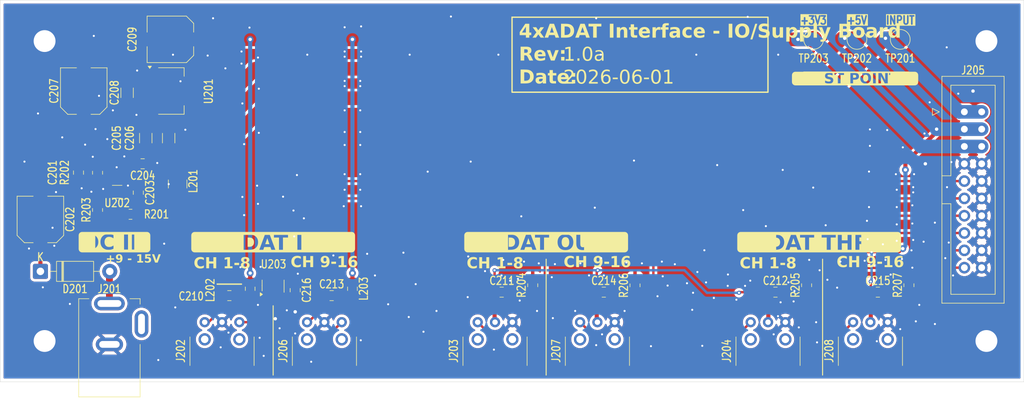
<source format=kicad_pcb>
(kicad_pcb (version 20241229) (generator "pcbnew") (generator_version "9.0")
  (title_block (rev "1.0a"))
  (layers (0 "F.Cu" signal) (2 "B.Cu" signal) (13 "F.Paste" user) (15 "B.Paste" user) (5 "F.SilkS" user "F.Silkscreen") (7 "B.SilkS" user "B.Silkscreen") (1 "F.Mask" user) (3 "B.Mask" user) (25 "Edge.Cuts" user))
  (net 0 "")
  (net 1 "/IO board/IO_ADAT_IN1")
  (net 2 "Net-(J202-VCC)")
  (net 3 "/IO board/IO_ADAT_OUT1")
  (net 4 "/IO board/IO_ADAT_THRU1")
  (net 5 "/IO board/IO_ADAT_OUT2")
  (net 6 "/IO board/IO_ADAT_THRU2")
  (net 7 "/IO board/IO_ADAT_IN2")
  (net 8 "Net-(J206-VCC)")
  (net 9 "Net-(U202-EN)")
  (net 10 "+5V_IO")
  (net 11 "GND_IO")
  (net 12 "+12V_IO")
  (net 13 "/IO board/SMPS_FEEDBACK")
  (net 14 "+3.3V_IO")
  (net 15 "Net-(U202-BST)")
  (net 16 "/IO board/SMPS_POWER_OUT")
  (net 17 "/IO board/POWER_IN")
  (net 18 "Net-(J206-VOUT)")
  (net 19 "Net-(J202-VOUT)")
  (footprint "Capacitor_SMD:C_0805_2012Metric_Pad1.18x1.45mm_HandSolder" (layer "F.Cu") (at 56.929 90.7554 90)
    (property "Reference" "C203")
    (property "Value" "100n")
  )
  (footprint "Capacitor_SMD:C_Elec_6.3x5.4" (layer "F.Cu") (at 48.936 75.8499 90)
    (property "Reference" "C207")
    (property "Value" "100u")
  )
  (footprint "Capacitor_SMD:C_0805_2012Metric_Pad1.18x1.45mm_HandSolder" (layer "F.Cu") (at 150.282 105.3524)
    (property "Reference" "C212")
    (property "Value" "100n")
  )
  (footprint "Capacitor_SMD:C_0805_2012Metric_Pad1.18x1.45mm_HandSolder" (layer "F.Cu") (at 70.272 105.8604 180)
    (property "Reference" "C210")
    (property "Value" "100n")
  )
  (footprint "TestPoint:TestPoint_Pad_D2.5mm" (layer "F.Cu") (at 162.22 68.2684 180)
    (property "Reference" "TP202")
    (property "Value" "+5V_IO")
  )
  (footprint "Package_TO_SOT_SMD:SOT-23-6_Handsoldering" (layer "F.Cu") (at 76.683 104.4744 90)
    (property "Reference" "U203")
    (property "Value" "74LVC2G17")
  )
  (footprint "Capacitor_SMD:C_1206_3216Metric_Pad1.33x1.80mm_HandSolder" (layer "F.Cu") (at 61.374 82.7544 90)
    (property "Reference" "C206")
    (property "Value" "10u")
  )
  (footprint "Inductor_SMD:L_1210_3225Metric_Pad1.42x2.65mm_HandSolder" (layer "F.Cu") (at 62.69 89.4854 90)
    (property "Reference" "L201")
    (property "Value" "3.3u")
  )
  (footprint "Capacitor_SMD:C_0805_2012Metric_Pad1.18x1.45mm_HandSolder" (layer "F.Cu") (at 79.919 105.0624 -90)
    (property "Reference" "C216")
    (property "Value" "100n")
  )
  (footprint "Resistor_SMD:R_0805_2012Metric_Pad1.20x1.40mm_HandSolder" (layer "F.Cu") (at 55.786 93.9304 180)
    (property "Reference" "R201")
    (property "Value" "100k")
  )
  (footprint "Resistor_SMD:R_0805_2012Metric_Pad1.20x1.40mm_HandSolder" (layer "F.Cu") (at 114.722 104.3364 90)
    (property "Reference" "R204")
    (property "Value" "150")
  )
  (footprint "adatv2:CUI PJ-002A" (layer "F.Cu") (at 52.698 113.5164 180)
    (property "Reference" "J201")
    (property "Value" "9-15V DC")
  )
  (footprint "Capacitor_SMD:C_Elec_6.3x5.4" (layer "F.Cu") (at 42.586 94.6844 90)
    (property "Reference" "C202")
    (property "Value" "100u")
  )
  (footprint "adatv2:PLx237" (layer "F.Cu") (at 164.198 114.0164 180)
    (property "Reference" "J208")
    (property "Value" "PLT237")
  )
  (footprint "Capacitor_SMD:C_0805_2012Metric_Pad1.18x1.45mm_HandSolder" (layer "F.Cu") (at 110.1715 105.3524)
    (property "Reference" "C211")
    (property "Value" "100n")
  )
  (footprint "MountingHole:MountingHole_3.2mm_M3_Pad" (layer "F.Cu") (at 181.198 112.5164 180)
    (property "Reference" "H201" (hide yes))
    (property "Value" "M3")
  )
  (footprint "Capacitor_SMD:C_0805_2012Metric_Pad1.18x1.45mm_HandSolder" (layer "F.Cu") (at 165.2895 105.3524)
    (property "Reference" "C215")
    (property "Value" "100n")
  )
  (footprint "Package_TO_SOT_SMD:SOT-223-3_TabPin2" (layer "F.Cu") (at 61.738 75.8359)
    (property "Reference" "U201")
    (property "Value" "AMS1117-3.3")
  )
  (footprint "Capacitor_SMD:C_0805_2012Metric_Pad1.18x1.45mm_HandSolder" (layer "F.Cu") (at 125.136 105.3524)
    (property "Reference" "C214")
    (property "Value" "100n")
  )
  (footprint "Capacitor_SMD:C_0805_2012Metric_Pad1.18x1.45mm_HandSolder" (layer "F.Cu") (at 48.166 87.8129 -90)
    (property "Reference" "C201")
    (property "Value" "10p")
  )
  (footprint "MountingHole:MountingHole_3.2mm_M3_Pad" (layer "F.Cu") (at 43.198 68.5164 180)
    (property "Reference" "H203")
    (property "Value" "M3")
  )
  (footprint "Inductor_SMD:L_0805_2012Metric_Pad1.15x1.40mm_HandSolder" (layer "F.Cu") (at 88.306 104.8534 -90)
    (property "Reference" "L203")
    (property "Value" "47u")
  )
  (footprint "Resistor_SMD:R_0805_2012Metric_Pad1.20x1.40mm_HandSolder" (layer "F.Cu") (at 154.854 104.3364 90)
    (property "Reference" "R205")
    (property "Value" "150")
  )
  (footprint "Resistor_SMD:R_0805_2012Metric_Pad1.20x1.40mm_HandSolder" (layer "F.Cu") (at 129.708 104.3524 90)
    (property "Reference" "R206")
    (property "Value" "150")
  )
  (footprint "Resistor_SMD:R_0805_2012Metric_Pad1.20x1.40mm_HandSolder" (layer "F.Cu") (at 50.96 87.8344 -90)
    (property "Reference" "R202")
    (property "Value" "11k")
  )
  (footprint "Resistor_SMD:R_0805_2012Metric_Pad1.20x1.40mm_HandSolder" (layer "F.Cu") (at 169.84 104.3364 90)
    (property "Reference" "R207")
    (property "Value" "150")
  )
  (footprint "Capacitor_SMD:C_0805_2012Metric_Pad1.18x1.45mm_HandSolder" (layer "F.Cu") (at 85.258 105.8604 180)
    (property "Reference" "C213")
    (property "Value" "100n")
  )
  (footprint "Connector_IDC:IDC-Header_2x10_P2.54mm_Vertical" (layer "F.Cu") (at 177.963 78.9004)
    (property "Reference" "J205")
    (property "Value" "TO_MAIN")
  )
  (footprint "adatv2:PLx237" (layer "F.Cu") (at 69.198 114.0164 180)
    (property "Reference" "J202")
    (property "Value" "PLR237")
  )
  (footprint "Capacitor_SMD:C_1206_3216Metric_Pad1.33x1.80mm_HandSolder" (layer "F.Cu") (at 58.024 82.7544 90)
    (property "Reference" "C205")
    (property "Value" "10u")
  )
  (footprint "Inductor_SMD:L_0805_2012Metric_Pad1.15x1.40mm_HandSolder" (layer "F.Cu") (at 73.32 104.8534 -90)
    (property "Reference" "L202")
    (property "Value" "47u")
  )
  (footprint "adatv2:PLx237" (layer "F.Cu") (at 84.198 114.0164 180)
    (property "Reference" "J206")
    (property "Value" "PLR237")
  )
  (footprint "MountingHole:MountingHole_3.2mm_M3_Pad" (layer "F.Cu") (at 43.198 112.5164 180)
    (property "Reference" "H202")
    (property "Value" "M3")
  )
  (footprint "adatv2:PLx237" (layer "F.Cu") (at 149.198 114.0164 180)
    (property "Reference" "J204")
    (property "Value" "PLT237")
  )
  (footprint "MountingHole:MountingHole_3.2mm_M3_Pad" (layer "F.Cu") (at 181.198 68.5164 180)
    (property "Reference" "H204")
    (property "Value" "M3")
  )
  (footprint "Capacitor_SMD:C_1206_3216Metric_Pad1.33x1.80mm_HandSolder" (layer "F.Cu") (at 55.286 76.1039 90)
    (property "Reference" "C208")
    (property "Value" "10u")
  )
  (footprint "Package_TO_SOT_SMD:SOT-563" (layer "F.Cu") (at 53.8315 90.6204 180)
    (property "Reference" "U202")
    (property "Value" "TPS56124x")
  )
  (footprint "adatv2:PLx237" (layer "F.Cu") (at 124.198 114.0164 180)
    (property "Reference" "J207")
    (property "Value" "PLT237")
  )
  (footprint "Diode_THT:D_DO-41_SOD81_P10.16mm_Horizontal" (layer "F.Cu") (at 42.586 102.3044)
    (property "Reference" "D201")
    (property "Value" "1N5819")
  )
  (footprint "TestPoint:TestPoint_Pad_D2.5mm" (layer "F.Cu") (at 155.87 68.2684 180)
    (property "Reference" "TP203")
    (property "Value" "+3.3V_IO")
  )
  (footprint "TestPoint:TestPoint_Pad_D2.5mm" (layer "F.Cu") (at 168.57 68.2684 180)
    (property "Reference" "TP201")
    (property "Value" "+12V_IO")
  )
  (footprint "adatv2:PLx237" (layer "F.Cu") (at 109.198 114.0164 180)
    (property "Reference" "J203")
    (property "Value" "PLT237")
  )
  (footprint "Resistor_SMD:R_0805_2012Metric_Pad1.20x1.40mm_HandSolder" (layer "F.Cu") (at 50.96 93.2954 -90)
    (property "Reference" "R203")
    (property "Value" "1.5k")
  )
  (footprint "Capacitor_SMD:C_0805_2012Metric_Pad1.18x1.45mm_HandSolder" (layer "F.Cu") (at 57.564 86.5164 180)
    (property "Reference" "C204")
    (property "Value" "100n")
  )
  (footprint "Capacitor_SMD:C_Elec_6.3x5.4" (layer "F.Cu") (at 61.6335 68.2684 180)
    (property "Reference" "C209")
    (property "Value" "100u")
  )
  (gr_line (start 116.69 117.5164) (end 116.69 100.5164) (stroke (width 0.15)) (layer "F.SilkS"))
  (gr_line (start 157.19 117.5164) (end 157.19 100.5164) (stroke (width 0.15)) (layer "F.SilkS"))
  (gr_line (start 68.489 104.1734) (end 72.045 104.1734) (stroke (width 0.2)) (layer "F.SilkS"))
  (gr_line (start 76.69 117.5164) (end 76.69 107.3484) (stroke (width 0.15)) (layer "F.SilkS"))
  (gr_rect (start 111.69 65.0164) (end 149.19 76.0164) (stroke (width 0.2)) (fill no) (layer "F.SilkS"))
  (gr_rect (start 36.69 62.5164) (end 186.69 118.5164) (stroke (width 0.05)) (fill no) (layer "Edge.Cuts"))
  (gr_text "ADAT THRU" (at 156.69 99.5164 0) (layer "F.SilkS" knockout) (effects (font (size 2.2 2.2) (thickness 0.17) (bold yes)) (justify bottom)))
  (gr_text "4xADAT Interface - IO/Supply Board\nRev:\nDate:" (at 112.69 66.0164 0) (layer "F.SilkS") (effects (font (size 2 2) (thickness 0.32) (bold yes)) (justify left top)))
  (gr_text "INPUT" (at 168.57 65.4744 0) (layer "F.SilkS" knockout) (effects (font (size 1.2 0.95) (thickness 0.2375))))
  (gr_text "DC IN" (at 53.479042 99.47673 0) (layer "F.SilkS" knockout) (effects (font (size 2.2 2.2) (thickness 0.17) (bold yes)) (justify bottom)))
  (gr_text "+9 - 15V" (at 56.19 100.5164 0) (layer "F.SilkS") (effects (font (size 1.2 1.2) (thickness 0.17) (bold yes))))
  (gr_text "+5V" (at 162.22 65.4744 0) (layer "F.SilkS" knockout) (effects (font (size 1.2 0.95) (thickness 0.2375))))
  (gr_text "CH 1-8" (at 149.205988 101.189215 0) (layer "F.SilkS") (effects (font (size 1.6 1.6) (thickness 0.17) (bold yes))))
  (gr_text "${REVISION}\n${CURRENT_DATE}" (at 119.190959 69.400712 0) (layer "F.SilkS") (effects (font (size 2 2) (thickness 0.25)) (justify left top)))
  (gr_text "CH 9-16" (at 124.19 101.0164 0) (layer "F.SilkS") (effects (font (size 1.6 1.6) (thickness 0.17) (bold yes))))
  (gr_text "CH 9-16" (at 164.19 101.0164 0) (layer "F.SilkS") (effects (font (size 1.6 1.6) (thickness 0.17) (bold yes))))
  (gr_text "CH 9-16" (at 84.19 101.0164 0) (layer "F.SilkS") (effects (font (size 1.6 1.6) (thickness 0.17) (bold yes))))
  (gr_text "+3V3" (at 155.87 65.4744 0) (layer "F.SilkS" knockout) (effects (font (size 1.2 0.95) (thickness 0.2375))))
  (gr_text "CH 1-8" (at 69.205988 101.189215 0) (layer "F.SilkS") (effects (font (size 1.6 1.6) (thickness 0.17) (bold yes))))
  (gr_text "ADAT OUT" (at 116.69 99.5164 0) (layer "F.SilkS" knockout) (effects (font (size 2.2 2.2) (thickness 0.17) (bold yes)) (justify bottom)))
  (gr_text "ADAT IN" (at 76.69 99.5164 0) (layer "F.SilkS" knockout) (effects (font (size 2.2 2.2) (thickness 0.17) (bold yes)) (justify bottom)))
  (gr_text "TEST POINTS" (at 162.204491 74.094842 0) (layer "F.SilkS" knockout) (effects (font (size 1.5 1.5) (thickness 0.17) (bold yes))))
  (gr_text "CH 1-8" (at 109.205988 101.189215 0) (layer "F.SilkS") (effects (font (size 1.6 1.6) (thickness 0.17) (bold yes))))
  (segment (start 79.146 89.0604) (end 75.733 92.4734) (width 0.35) (layer "F.Cu") (net 1))
  (segment (start 75.733 92.4734) (end 75.733 103.1244) (width 0.35) (layer "F.Cu") (net 1))
  (segment (start 177.963 89.0604) (end 79.146 89.0604) (width 0.35) (layer "F.Cu") (net 1))
  (segment (start 71.3095 105.8604) (end 71.12 105.8604) (width 0.35) (layer "F.Cu") (net 2))
  (segment (start 67.224 109.7564) (end 66.658 109.7564) (width 0.35) (layer "F.Cu") (net 2))
  (segment (start 71.12 105.8604) (end 67.224 109.7564) (width 0.35) (layer "F.Cu") (net 2))
  (segment (start 73.32 105.8784) (end 71.3275 105.8784) (width 0.25) (layer "F.Cu") (net 2))
  (segment (start 71.3275 105.8784) (end 71.3095 105.8604) (width 0.25) (layer "F.Cu") (net 2))
  (segment (start 116.495 104.5544) (end 116.495 97.5694) (width 0.35) (layer "F.Cu") (net 3))
  (segment (start 116.495 97.5694) (end 119.924 94.1404) (width 0.35) (layer "F.Cu") (net 3))
  (segment (start 114.722 105.3364) (end 114.696 105.3624) (width 0.35) (layer "F.Cu") (net 3))
  (segment (start 114.696 105.3624) (end 114.696 112.8304) (width 0.35) (layer "F.Cu") (net 3))
  (segment (start 114.696 112.8304) (end 113.1352 114.3912) (width 0.35) (layer "F.Cu") (net 3))
  (segment (start 119.924 94.1404) (end 177.963 94.1404) (width 0.35) (layer "F.Cu") (net 3))
  (segment (start 115.713 105.3364) (end 116.495 104.5544) (width 0.35) (layer "F.Cu") (net 3))
  (segment (start 111.2928 114.3912) (end 113.1352 114.3912) (width 0.35) (layer "F.Cu") (net 3))
  (segment (start 106.658 109.7564) (end 111.2928 114.3912) (width 0.35) (layer "F.Cu") (net 3))
  (segment (start 114.722 105.3364) (end 115.713 105.3364) (width 0.35) (layer "F.Cu") (net 3))
  (segment (start 146.658 109.7564) (end 145.07 111.3444) (width 0.35) (layer "F.Cu") (net 4))
  (segment (start 145.07 113.1904) (end 146.467 114.5874) (width 0.35) (layer "F.Cu") (net 4))
  (segment (start 171.522 99.2204) (end 168.946 101.7964) (width 0.35) (layer "F.Cu") (net 4))
  (segment (start 145.07 111.3444) (end 145.07 113.1904) (width 0.35) (layer "F.Cu") (net 4))
  (segment (start 157.496 105.3364) (end 154.854 105.3364) (width 0.35) (layer "F.Cu") (net 4))
  (segment (start 161.036 101.7964) (end 157.496 105.3364) (width 0.35) (layer "F.Cu") (net 4))
  (segment (start 146.467 114.5874) (end 152.817 114.5874) (width 0.35) (layer "F.Cu") (net 4))
  (segment (start 154.849 108.7454) (end 154.854 108.7404) (width 0.35) (layer "F.Cu") (net 4))
  (segment (start 154.849 112.5554) (end 154.849 108.7454) (width 0.35) (layer "F.Cu") (net 4))
  (segment (start 154.854 108.7404) (end 154.854 105.3364) (width 0.35) (layer "F.Cu") (net 4))
  (segment (start 168.946 101.7964) (end 161.036 101.7964) (width 0.35) (layer "F.Cu") (net 4))
  (segment (start 152.817 114.5874) (end 154.849 112.5554) (width 0.35) (layer "F.Cu") (net 4))
  (segment (start 177.963 99.2204) (end 171.522 99.2204) (width 0.35) (layer "F.Cu") (net 4))
  (segment (start 127.417 114.3334) (end 129.708 112.0424) (width 0.35) (layer "F.Cu") (net 5))
  (segment (start 134.656 96.6804) (end 177.963 96.6804) (width 0.35) (layer "F.Cu") (net 5))
  (segment (start 129.708 105.3524) (end 131.318 105.3524) (width 0.35) (layer "F.Cu") (net 5))
  (segment (start 129.708 112.0424) (end 129.708 105.3524) (width 0.35) (layer "F.Cu") (net 5))
  (segment (start 126.235 114.3334) (end 127.417 114.3334) (width 0.35) (layer "F.Cu") (net 5))
  (segment (start 132.399 98.9374) (end 134.656 96.6804) (width 0.35) (layer "F.Cu") (net 5))
  (segment (start 132.399 104.2714) (end 132.399 98.9374) (width 0.35) (layer "F.Cu") (net 5))
  (segment (start 131.318 105.3524) (end 132.399 104.2714) (width 0.35) (layer "F.Cu") (net 5))
  (segment (start 121.658 109.7564) (end 126.235 114.3334) (width 0.35) (layer "F.Cu") (net 5))
  (segment (start 171.085 105.3364) (end 174.661 101.7604) (width 0.35) (layer "F.Cu") (net 6))
  (segment (start 160.056 111.3584) (end 160.056 113.5714) (width 0.35) (layer "F.Cu") (net 6))
  (segment (start 169.84 105.3364) (end 171.085 105.3364) (width 0.35) (layer "F.Cu") (net 6))
  (segment (start 168.184 114.8414) (end 169.84 113.1854) (width 0.35) (layer "F.Cu") (net 6))
  (segment (start 169.84 113.1854) (end 169.84 105.3364) (width 0.35) (layer "F.Cu") (net 6))
  (segment (start 174.661 101.7604) (end 177.963 101.7604) (width 0.35) (layer "F.Cu") (net 6))
  (segment (start 161.658 109.7564) (end 160.056 111.3584) (width 0.35) (layer "F.Cu") (net 6))
  (segment (start 160.056 113.5714) (end 161.326 114.8414) (width 0.35) (layer "F.Cu") (net 6))
  (segment (start 161.326 114.8414) (end 168.184 114.8414) (width 0.35) (layer "F.Cu") (net 6))
  (segment (start 77.633 103.1244) (end 77.633 96.6804) (width 0.35) (layer "F.Cu") (net 7))
  (segment (start 77.633 96.6804) (end 82.713 91.6004) (width 0.35) (layer "F.Cu") (net 7))
  (segment (start 82.713 91.6004) (end 177.963 91.6004) (width 0.35) (layer "F.Cu") (net 7))
  (segment (start 86.2955 105.8604) (end 88.288 105.8604) (width 0.25) (layer "F.Cu") (net 8))
  (segment (start 81.829 109.7564) (end 83.856 107.7294) (width 0.35) (layer "F.Cu") (net 8))
  (segment (start 86.2955 106.8139) (end 86.2955 105.8604) (width 0.35) (layer "F.Cu") (net 8))
  (segment (start 83.856 107.7294) (end 85.38 107.7294) (width 0.35) (layer "F.Cu") (net 8))
  (segment (start 88.288 105.8604) (end 88.306 105.8784) (width 0.25) (layer "F.Cu") (net 8))
  (segment (start 85.38 107.7294) (end 86.2955 106.8139) (width 0.35) (layer "F.Cu") (net 8))
  (segment (start 81.658 109.7564) (end 81.829 109.7564) (width 0.35) (layer "F.Cu") (net 8))
  (segment (start 53.580115 90.6204) (end 53.119 90.6204) (width 0.25) (layer "F.Cu") (net 9))
  (segment (start 54.786 93.9304) (end 53.833704 92.978104) (width 0.25) (layer "F.Cu") (net 9))
  (segment (start 53.833704 92.978104) (end 53.833704 90.873989) (width 0.25) (layer "F.Cu") (net 9))
  (segment (start 53.833704 90.873989) (end 53.580115 90.6204) (width 0.25) (layer "F.Cu") (net 9))
  (segment (start 55.032 77.6664) (end 58.1185 77.6664) (width 0.6) (layer "F.Cu") (net 10))
  (segment (start 51.434 84.2284) (end 48.936 81.7304) (width 0.6) (layer "F.Cu") (net 10))
  (segment (start 58.024 84.3169) (end 61.374 84.3169) (width 0.6) (layer "F.Cu") (net 10))
  (segment (start 109.134 105.3524) (end 109.134 102.1464) (width 0.35) (layer "F.Cu") (net 10))
  (segment (start 155.575 72.5864) (end 74.082 72.5864) (width 2) (layer "F.Cu") (net 10))
  (segment (start 124.0985 109.6569) (end 124.198 109.7564) (width 0.6) (layer "F.Cu") (net 10))
  (segment (start 109.134 102.1464) (end 109.129 102.1414) (width 0.35) (layer "F.Cu") (net 10))
  (segment (start 145.034 105.3524) (end 144.943 105.4434) (width 0.35) (layer "F.Cu") (net 10))
  (segment (start 54.773 84.2284) (end 57.9355 84.2284) (width 0.6) (layer "F.Cu") (net 10))
  (segment (start 53.249 84.2284) (end 51.434 84.2284) (width 0.6) (layer "F.Cu") (net 10))
  (segment (start 54.008 84.9874) (end 54.014 84.9874) (width 0.6) (layer "F.Cu") (net 10))
  (segment (start 169.327 87.4094) (end 169.327 86.3934) (width 0.6) (layer "F.Cu") (net 10))
  (segment (start 164.247 103.7924) (end 164.247 105.3474) (width 0.35) (layer "F.Cu") (net 10))
  (segment (start 61.374 84.2784) (end 61.374 86.6819) (width 0.6) (layer "F.Cu") (net 10))
  (segment (start 169.327 86.3934) (end 173.899 81.8214) (width 0.6) (layer "F.Cu") (net 10))
  (segment (start 50.901 86.7754) (end 50.96 86.8344) (width 0.6) (layer "F.Cu") (net 10))
  (segment (start 54.014 84.9874) (end 54.773 84.2284) (width 0.6) (layer "F.Cu") (net 10))
  (segment (start 49.6955 77.6279) (end 54.9935 77.6279) (width 0.6) (layer "F.Cu") (net 10))
  (segment (start 124.0985 105.3524) (end 124.0985 109.6569) (width 0.6) (layer "F.Cu") (net 10))
  (segment (start 74.082 72.5864) (end 66.97 79.6984) (width 2) (layer "F.Cu") (net 10))
  (segment (start 124.0985 105.3524) (end 124.0985 102.2849) (width 0.35) (layer "F.Cu") (net 10))
  (segment (start 173.899 81.8214) (end 173.899 81.4404) (width 0.6) (layer "F.Cu") (net 10))
  (segment (start 54.008 84.9994) (end 52.173 86.8344) (width 0.6) (layer "F.Cu") (net 10))
  (segment (start 149.2445 105.3524) (end 145.034 105.3524) (width 0.35) (layer "F.Cu") (net 10))
  (segment (start 59.726 78.1359) (end 58.588 78.1359) (width 0.6) (layer "F.Cu") (net 10))
  (segment (start 48.936 78.3874) (end 49.6955 77.6279) (width 0.6) (layer "F.Cu") (net 10))
  (segment (start 109.134 109.6924) (end 109.198 109.7564) (width 0.6) (layer "F.Cu") (net 10))
  (segment (start 160.437 68.1054) (end 162.057 68.1054) (width 2) (layer "F.Cu") (net 10))
  (segment (start 164.247 105.3474) (end 164.252 105.3524) (width 0.35) (layer "F.Cu") (net 10))
  (segment (start 162.057 68.1054) (end 162.22 68.2684) (width 2) (layer "F.Cu") (net 10))
  (segment (start 149.2445 105.3524) (end 149.2445 109.7099) (width 0.6) (layer "F.Cu") (net 10))
  (segment (start 164.374 99.4744) (end 153.833 99.4744) (width 0.35) (layer "F.Cu") (net 10))
  (segment (start 66.97 79.6984) (end 63.668 79.6984) (width 2) (layer "F.Cu") (net 10))
  (segment (start 168.438 99.4744) (end 164.374 99.4744) (width 0.35) (layer "F.Cu") (net 10))
  (segment (start 62.1055 78.1359) (end 59.726 78.1359) (width 2) (layer "F.Cu") (net 10))
  (segment (start 164.252 105.3524) (end 164.252 109.7024) (width 0.6) (layer "F.Cu") (net 10))
  (segment (start 153.833 99.4744) (end 149.2445 104.0629) (width 0.35) (layer "F.Cu") (net 10))
  (segment (start 52.173 86.8344) (end 50.96 86.8344) (width 0.6) (layer "F.Cu") (net 10))
  (segment (start 109.134 105.4754) (end 109.134 109.6924) (width 0.6) (layer "F.Cu") (net 10))
  (segment (start 160.056 68.1054) (end 155.575 72.5864) (width 2) (layer "F.Cu") (net 10))
  (segment (start 54.008 84.2284) (end 53.249 84.2284) (width 0.6) (layer "F.Cu") (net 10))
  (segment (start 160.437 68.1054) (end 160.056 68.1054) (width 2) (layer "F.Cu") (net 10))
  (segment (start 168.946 98.9664) (end 168.438 99.4744) (width 0.35) (layer "F.Cu") (net 10))
  (segment (start 149.2445 109.7099) (end 149.198 109.7564) (width 0.6) (layer "F.Cu") (net 10))
  (segment (start 54.008 84.2284) (end 54.008 84.9994) (width 0.6) (layer "F.Cu") (net 10))
  (segment (start 54.008 84.9994) (end 54.008 84.9874) (width 0.6) (layer "F.Cu") (net 10))
  (segment (start 58.1185 77.6664) (end 58.588 78.1359) (width 0.6) (layer "F.Cu") (net 10))
  (segment (start 149.2445 104.0629) (end 149.2445 105.3524) (width 0.35) (layer "F.Cu") (net 10))
  (segment (start 63.668 79.6984) (end 62.1055 78.1359) (width 2) (layer "F.Cu") (net 10))
  (segment (start 48.936 81.7304) (end 48.936 79.1519) (width 0.6) (layer "F.Cu") (net 10))
  (segment (start 124.0985 102.2849) (end 124.242 102.1414) (width 0.35) (layer "F.Cu") (net 10))
  (segment (start 54.9935 77.6279) (end 55.032 77.6664) (width 0.6) (layer "F.Cu") (net 10))
  (segment (start 54.008 84.2284) (end 54.773 84.2284) (width 0.6) (layer "F.Cu") (net 10))
  (segment (start 61.374 86.6819) (end 62.69 87.9979) (width 0.6) (layer "F.Cu") (net 10))
  (segment (start 48.166 86.7754) (end 50.901 86.7754) (width 0.6) (layer "F.Cu") (net 10))
  (segment (start 54.008 84.9874) (end 53.249 84.2284) (width 0.6) (layer "F.Cu") (net 10))
  (segment (start 57.9355 84.2284) (end 58.024 84.3169) (width 0.6) (layer "F.Cu") (net 10))
  (segment (start 164.252 109.7024) (end 164.198 109.7564) (width 0.6) (layer "F.Cu") (net 10))
  (via (at 164.374 99.4744) (size 0.6) (drill 0.3) (layers "F.Cu" "B.Cu") (net 10))
  (via (at 168.946 98.9664) (size 1) (drill 0.5) (layers "F.Cu" "B.Cu") (net 10))
  (via (at 124.242 102.1414) (size 0.6) (drill 0.3) (layers "F.Cu" "B.Cu") (net 10))
  (via (at 160.437 68.1054) (size 1) (drill 0.5) (layers "F.Cu" "B.Cu") (net 10))
  (via (at 144.943 105.4434) (size 0.6) (drill 0.3) (layers "F.Cu" "B.Cu") (net 10))
  (via (at 173.899 81.4404) (size 1) (drill 0.5) (layers "F.Cu" "B.Cu") (net 10))
  (via (at 109.129 102.1414) (size 0.6) (drill 0.3) (layers "F.Cu" "B.Cu") (net 10))
  (via (at 164.247 103.7924) (size 0.6) (drill 0.3) (layers "F.Cu" "B.Cu") (net 10))
  (via (at 169.327 87.4094) (size 1) (drill 0.5) (layers "F.Cu" "B.Cu") (net 10))
  (segment (start 160.818 68.1054) (end 173.899 81.1864) (width 2) (layer "B.Cu") (net 10))
  (segment (start 124.242 102.1414) (end 109.129 102.1414) (width 0.35) (layer "B.Cu") (net 10))
  (segment (start 136.942 102.1414) (end 124.242 102.1414) (width 0.35) (layer "B.Cu") (net 10))
  (segment (start 169.332 98.5804) (end 169.332 87.4144) (width 0.6) (layer "B.Cu") (net 10))
  (segment (start 173.899 81.4404) (end 177.963 81.4404) (width 2) (layer "B.Cu") (net 10))
  (segment (start 168.946 98.9664) (end 169.332 98.5804) (width 0.35) (layer "B.Cu") (net 10))
  (segment (start 169.332 87.4144) (end 169.327 87.4094) (width 0.35) (layer "B.Cu") (net 10))
  (segment (start 164.374 99.4744) (end 164.374 103.6654) (width 0.35) (layer "B.Cu") (net 10))
  (segment (start 160.437 68.1054) (end 160.818 68.1054) (width 2) (layer "B.Cu") (net 10))
  (segment (start 177.963 81.4404) (end 180.503 81.4404) (width 2) (layer "B.Cu") (net 10))
  (segment (start 164.374 103.6654) (end 164.247 103.7924) (width 0.35) (layer "B.Cu") (net 10))
  (segment (start 140.244 105.4434) (end 136.942 102.1414) (width 0.35) (layer "B.Cu") (net 10))
  (segment (start 144.943 105.4434) (end 140.244 105.4434) (width 0.35) (layer "B.Cu") (net 10))
  (segment (start 173.899 81.1864) (end 173.899 81.4404) (width 2) (layer "B.Cu") (net 10))
  (segment (start 56.929 89.7179) (end 55.413 89.7179) (width 0.6) (layer "F.Cu") (net 11))
  (segment (start 79.919 106.0999) (end 79.919 108.2374) (width 0.6) (layer "F.Cu") (net 11))
  (segment (start 55.413 89.7179) (end 54.7705 89.7179) (width 0.6) (layer "F.Cu") (net 11))
  (segment (start 76.683 108.9384) (end 76.683 105.8244) (width 0.6) (layer "F.Cu") (net 11))
  (segment (start 76.998 109.2534) (end 76.683 108.9384) (width 0.6) (layer "F.Cu") (net 11))
  (segment (start 54.7705 89.7179) (end 54.544 89.9444) (width 0.6) (layer "F.Cu") (net 11))
  (via (at 44.618 98.5452) (size 0.6) (drill 0.3) (layers "F.Cu" "B.Cu") (net 11))
  (via (at 133.005 105.9514) (size 0.6) (drill 0.3) (layers "F.Cu" "B.Cu") (net 11))
  (via (at 117.511 103.1574) (size 0.6) (drill 0.3) (layers "F.Cu" "B.Cu") (net 11))
  (via (at 121.702 101.1254) (size 0.6) (drill 0.3) (layers "F.Cu" "B.Cu") (net 11))
  (via (at 111.415 103.6654) (size 0.6) (drill 0.3) (layers "F.Cu" "B.Cu") (net 11))
  (via (at 143.3224 102.7616) (size 0.6) (drill 0.3) (layers "F.Cu" "B.Cu") (net 11))
  (via (at 68.997 113.4444) (size 0.6) (drill 0.3) (layers "F.Cu" "B.Cu") (net 11))
  (via (at 89.449 78.6824) (size 0.6) (drill 0.3) (layers "F.Cu" "B.Cu") (net 11))
  (via (at 93.5384 107.1304) (size 0.6) (drill 0.3) (layers "F.Cu" "B.Cu") (net 11))
  (via (at 74.712 112.0474) (size 0.6) (drill 0.3) (layers "F.Cu" "B.Cu") (net 11))
  (via (at 146.594 103.6654) (size 0.6) (drill 0.3) (layers "F.Cu" "B.Cu") (net 11))
  (via (at 51.1712 76.5488) (size 0.6) (drill 0.3) (layers "F.Cu" "B.Cu") (net 11))
  (via (at 124.75 100.3634) (size 0.6) (drill 0.3) (layers "F.Cu" "B.Cu") (net 11))
  (via (at 63.8204 81.5272) (size 0.6) (drill 0.3) (layers "F.Cu" "B.Cu") (net 11))
  (via (at 79.665 93.3784) (size 0.6) (drill 0.3) (layers "F.Cu" "B.Cu") (net 11))
  (via (at 163.993 92.8704) (size 0.6) (drill 0.3) (layers "F.Cu" "B.Cu") (net 11))
  (via (at 137.323 104.0464) (size 0.6) (drill 0.3) (layers "F.Cu" "B.Cu") (net 11))
  (via (at 170.851 109.6344) (size 0.6) (drill 0.3) (layers "F.Cu" "B.Cu") (net 11))
  (via (at 74.59 81.9844) (size 0.6) (drill 0.3) (layers "F.Cu" "B.Cu") (net 11))
  (via (at 87.163 74.3644) (size 0.6) (drill 0.3) (layers "F.Cu" "B.Cu") (net 11))
  (via (at 59.858 115.3092) (size 0.6) (drill 0.3) (layers "F.Cu" "B.Cu") (net 11))
  (via (at 124.0184 65.1696) (size 0.6) (drill 0.3) (layers "F.Cu" "B.Cu") (net 11))
  (via (at 115.606 101.1254) (size 0.6) (drill 0.3) (layers "F.Cu" "B.Cu") (net 11))
  (via (at 59.7056 86.404) (size 0.6) (drill 0.3) (layers "F.Cu" "B.Cu") (net 11))
  (via (at 113.447 100.8714) (size 0.6) (drill 0.3) (layers "F.Cu" "B.Cu") (net 11))
  (via (at 53.2032 78.6824) (size 0.6) (drill 0.3) (layers "F.Cu" "B.Cu") (net 11))
  (via (at 176.058 86.2664) (size 0.6) (drill 0.3) (layers "F.Cu" "B.Cu") (net 11))
  (via (at 175.423 89.9494) (size 0.6) (drill 0.3) (layers "F.Cu" "B.Cu") (net 11))
  (via (at 163.993 87.6634) (size 0.6) (drill 0.3) (layers "F.Cu" "B.Cu") (net 11))
  (via (at 72.05 70.0464) (size 0.6) (drill 0.3) (layers "F.Cu" "B.Cu") (net 11))
  (via (at 40.9096 98.9516) (size 0.6) (drill 0.3) (layers "F.Cu" "B.Cu") (net 11))
  (via (at 152.182 103.9194) (size 0.6) (drill 0.3) (layers "F.Cu" "B.Cu") (net 11))
  (via (at 138.847 102.3954) (size 0.6) (drill 0.3) (layers "F.Cu" "B.Cu") (net 11))
  (via (at 77.633 110.6504) (size 0.6) (drill 0.3) (layers "F.Cu" "B.Cu") (net 11))
  (via (at 138.09 107.9432) (size 0.6) (drill 0.3) (layers "F.Cu" "B.Cu") (net 11))
  (via (at 74.844 101.644) (size 0.6) (drill 0.3) (layers "F.Cu" "B.Cu") (net 11))
  (via (at 72.431 83.6354) (size 0.6) (drill 0.3) (layers "F.Cu" "B.Cu") (net 11))
  (via (at 129.5556 86.0484) (size 0.6) (drill 0.3) (layers "F.Cu" "B.Cu") (net 11))
  (via (at 167.93 88.0444) (size 0.6) (drill 0.3) (layers "F.Cu" "B.Cu") (net 11))
  (via (at 157.897 103.5384) (size 0.6) (drill 0.3) (layers "F.Cu" "B.Cu") (net 11))
  (via (at 107.732 102.2684) (size 0.6) (drill 0.3) (layers "F.Cu" "B.Cu") (net 11))
  (via (at 168.819 100.4904) (size 0.6) (drill 0.3) (layers "F.Cu" "B.Cu") (net 11))
  (via (at 105.192 106.0784) (size 0.6) (drill 0.3) (layers "F.Cu" "B.Cu") (net 11))
  (via (at 63.1092 74.4152) (size 0.6) (drill 0.3) (layers "F.Cu" "B.Cu") (net 11))
  (via (at 168.057 95.4104) (size 0.6) (drill 0.3) (layers "F.Cu" "B.Cu") (net 11))
  (via (at 109.69 70.5164) (size 0.6) (drill 0.3) (layers "F.Cu" "B.Cu") (net 11))
  (via (at 73.2184 66.5412) (size 0.6) (drill 0.3) (layers "F.Cu" "B.Cu") (net 11))
  (via (at 170.343 101.7604) (size 0.6) (drill 0.3) (layers "F.Cu" "B.Cu") (net 11))
  (via (at 89.576 70.0464) (size 0.6) (drill 0.3) (layers "F.Cu" "B.Cu") (net 11))
  (via (at 159.802 100.8714) (size 0.6) (drill 0.3) (layers "F.Cu" "B.Cu") (net 11))
  (via (at 170.216 99.2204) (size 0.6) (drill 0.3) (layers "F.Cu" "B.Cu") (net 11))
  (via (at 170.47 90.7114) (size 0.6) (drill 0.3) (layers "F.Cu" "B.Cu") (net 11))
  (via (at 133.64 100.8714) (size 0.6) (drill 0.3) (layers "F.Cu" "B.Cu") (net 11))
  (via (at 91.603 102.9034) (size 0.6) (drill 0.3) (layers "F.Cu" "B.Cu") (net 11))
  (via (at 166.406 100.6174) (size 0.6) (drill 0.3) (layers "F.Cu" "B.Cu") (net 11))
  (via (at 102.7332 64.9156) (size 0.6) (drill 0.3) (layers "F.Cu" "B.Cu") (net 11))
  (via (at 138.212 105.4434) (size 0.6) (drill 0.3) (layers "F.Cu" "B.Cu") (net 11))
  (via (at 53.757 87.0284) (size 0.6) (drill 0.3) (layers "F.Cu" "B.Cu") (net 11))
  (via (at 76.998 109.2534) (size 1) (drill 0.5) (layers "F.Cu" "B.Cu") (net 11))
  (via (at 62.012 70.5184) (size 0.6) (drill 0.3) (layers "F.Cu" "B.Cu") (net 11))
  (via (at 143.292 104.4274) (size 0.6) (drill 0.3) (layers "F.Cu" "B.Cu") (net 11))
  (via (at 122.972 102.9034) (size 0.6) (drill 0.3) (layers "F.Cu" "B.Cu") (net 11))
  (via (at 61.382 89.5028) (size 0.6) (drill 0.3) (layers "F.Cu" "B.Cu") (net 11))
  (via (at 175.169 100.3634) (size 0.6) (drill 0.3) (layers "F.Cu" "B.Cu") (net 11))
  (via (at 89.449 81.8574) (size 0.6) (drill 0.3) (layers "F.Cu" "B.Cu") (net 11))
  (via (at 150.658 108.8724) (size 0.6) (drill 0.3) (layers "F.Cu" "B.Cu") (net 11))
  (via (at 132.0448 113.2772) (size 0.6) (drill 0.3) (layers "F.Cu" "B.Cu") (net 11))
  (via (at 167.168 102.7764) (size 0.6) (drill 0.3) (layers "F.Cu" "B.Cu") (net 11))
  (via (at 89.449 83.7624) (size 0.6) (drill 0.3) (layers "F.Cu" "B.Cu") (net 11))
  (via (at 72.431 94.0494) (size 0.6) (drill 0.3) (layers "F.Cu" "B.Cu") (net 11))
  (via (at 168.057 97.8234) (size 0.6) (drill 0.3) (layers "F.Cu" "B.Cu") (net 11))
  (via (at 96.69 70.5164) (size 0.6) (drill 0.3) (layers "F.Cu" "B.Cu") (net 11))
  (via (at 49.1392 83.7116) (size 0.6) (drill 0.3) (layers "F.Cu" "B.Cu") (net 11))
  (via (at 42.2304 79.1396) (size 0.6) (drill 0.3) (layers "F.Cu" "B.Cu") (net 11))
  (via (at 87.163 75.1264) (size 0.6) (drill 0.3) (layers "F.Cu" "B.Cu") (net 11))
  (via (at 74.458 107.2214) (size 0.6) (drill 0.3) (layers "F.Cu" "B.Cu") (net 11))
  (via (at 110.145 102.9034) (size 0.6) (drill 0.3) (layers "F.Cu" "B.Cu") (net 11))
  (via (at 153.706 110.5234) (size 0.6) (drill 0.3) (layers "F.Cu" "B.Cu") (net 11))
  (via (at 72.177 91.3824) (size 0.6) (drill 0.3) (layers "F.Cu" "B.Cu") (net 11))
  (via (at 87.031 92.7434) (size 0.6) (drill 0.3) (layers "F.Cu" "B.Cu") (net 11))
  (via (at 176.312 102.9034) (size 0.6) (drill 0.3) (layers "F.Cu" "B.Cu") (net 11))
  (via (at 153.071 105.1894) (size 0.6) (drill 0.3) (layers "F.Cu" "B.Cu") (net 11))
  (via (at 45.7864 82.6448) (size 0.6) (drill 0.3) (layers "F.Cu" "B.Cu") (net 11))
  (via (at 87.163 70.0464) (size 0.6) (drill 0.3) (layers "F.Cu" "B.Cu") (net 11))
  (via (at 172.121 82.0754) (size 0.6) (drill 0.3) (layers "F.Cu" "B.Cu") (net 11))
  (via (at 55.413 89.7179) (size 0.6) (drill 0.3) (layers "F.Cu" "B.Cu") (net 11))
  (via (at 156.246 109.7614) (size 0.6) (drill 0.3) (layers "F.Cu" "B.Cu") (net 11))
  (via (at 87.158 88.0444) (size 0.6) (drill 0.3) (layers "F.Cu" "B.Cu") (net 11))
  (via (at 71.8976 101.6948) (size 0.6) (drill 0.3) (layers "F.Cu" "B.Cu") (net 11))
  (via (at 89.5252 112.4136) (size 0.6) (drill 0.3) (layers "F.Cu" "B.Cu") (net 11))
  (via (at 44.364 95.9036) (size 0.6) (drill 0.3) (layers "F.Cu" "B.Cu") (net 11))
  (via (at 50.0536 90.6204) (size 0.6) (drill 0.3) (layers "F.Cu" "B.Cu") (net 11))
  (via (at 54.8796 85.4388) (size 0.6) (drill 0.3) (layers "F.Cu" "B.Cu") (net 11))
  (via (at 170.47 89.9494) (size 0.6) (drill 0.3) (layers "F.Cu" "B.Cu") (net 11))
  (via (at 144.562 106.4594) (size 0.6) (drill 0.3) (layers "F.Cu" "B.Cu") (net 11))
  (via (at 170.597 88.0444) (size 0.6) (drill 0.3) (layers "F.Cu" "B.Cu") (net 11))
  (via (at 80.173 88.1714) (size 0.6) (drill 0.3) (layers "F.Cu" "B.Cu") (net 11))
  (via (at 74.336 89.7314) (size 0.6) (drill 0.3) (layers "F.Cu" "B.Cu") (net 11))
  (via (at 78.141 91.3464) (size 0.6) (drill 0.3) (layers "F.Cu" "B.Cu") (net 11))
  (via (at 81.69 70.5164) (size 0.6) (drill 0.3) (layers "F.Cu" "B.Cu") (net 11))
  (via (at 117.6684 109.1624) (size 0.6) (drill 0.3) (layers "F.Cu" "B.Cu") (net 11))
  (via (at 95.7736 99.5612) (size 0.6) (drill 0.3) (layers "F.Cu" "B.Cu") (net 11))
  (via (at 90.46 99.7284) (size 0.6) (drill 0.3) (layers "F.Cu" "B.Cu") (net 11))
  (via (at 72.177 77.6664) (size 0.6) (drill 0.3) (layers "F.Cu" "B.Cu") (net 11))
  (via (at 140.117 103.9194) (size 0.6) (drill 0.3) (layers "F.Cu" "B.Cu") (net 11))
  (via (at 87.163 66.4904) (size 0.6) (drill 0.3) (layers "F.Cu" "B.Cu") (net 11))
  (via (at 87.163 70.8084) (size 0.6) (drill 0.3) (layers "F.Cu" "B.Cu") (net 11))
  (via (at 89.449 75.1264) (size 0.6) (drill 0.3) (layers "F.Cu" "B.Cu") (net 11))
  (via (at 99.3296 87.674) (size 0.6) (drill 0.3) (layers "F.Cu" "B.Cu") (net 11))
  (via (at 172.248 86.5204) (size 0.8) (drill 0.5) (layers "F.Cu" "B.Cu") (net 11))
  (via (at 117.9732 101.2376) (size 0.6) (drill 0.3) (layers "F.Cu" "B.Cu") (net 11))
  (via (at 179.233 75.8524) (size 0.8) (drill 0.5) (layers "F.Cu" "B.Cu") (net 11))
  (via (at 51.7808 90.214) (size 0.6) (drill 0.3) (layers "F.Cu" "B.Cu") (net 11))
  (via (at 48.6312 90.1124) (size 0.6) (drill 0.3) (layers "F.Cu" "B.Cu") (net 11))
  (via (at 89.571 92.7434) (size 0.6) (drill 0.3) (layers "F.Cu" "B.Cu") (net 11))
  (via (at 168.565 110.7774) (size 0.6) (drill 0.3) (layers "F.Cu" "B.Cu") (net 11))
  (via (at 52.3904 82.8988) (size 0.6) (drill 0.3) (layers "F.Cu" "B.Cu") (net 11))
  (via (at 175.677 98.0774) (size 0.6) (drill 0.3) (layers "F.Cu" "B.Cu") (net 11))
  (via (at 74.59 75.5074) (size 0.6) (drill 0.3) (layers "F.Cu" "B.Cu") (net 11))
  (via (at 148.88 95.6644) (size 0.6) (drill 0.3) (layers "F.Cu" "B.Cu") (net 11))
  (via (at 151.039 106.8404) (size 0.6) (drill 0.3) (layers "F.Cu" "B.Cu") (net 11))
  (via (at 97.572 104.1734) (size 0.6) (drill 0.3) (layers "F.Cu" "B.Cu") (net 11))
  (via (at 100.62 108.1104) (size 0.6) (drill 0.3) (layers "F.Cu" "B.Cu") (net 11))
  (via (at 50.4092 67.7604) (size 0.6) (drill 0.3) (layers "F.Cu" "B.Cu") (net 11))
  (via (at 139.5632 113.2264) (size 0.6) (drill 0.3) (layers "F.Cu" "B.Cu") (net 11))
  (via (at 50.6632 81.4256) (size 0.6) (drill 0.3) (layers "F.Cu" "B.Cu") (net 11))
  (via (at 139.868 99.2056) (size 0.6) (drill 0.3) (layers "F.Cu" "B.Cu") (net 11))
  (via (at 141.7476 86.7088) (size 0.6) (drill 0.3) (layers "F.Cu" "B.Cu") (net 11))
  (via (at 173.65 110.026) (size 0.6) (drill 0.3) (layers "F.Cu" "B.Cu") (net 11))
  (via (at 44.872 90.6712) (size 0.6) (drill 0.3) (layers "F.Cu" "B.Cu") (net 11))
  (via (at 138.69 70.5164) (size 0.6) (drill 0.3) (layers "F.Cu" "B.Cu") (net 11))
  (via (at 155.8192 90.0108) (size 0.6) (drill 0.3) (layers "F.Cu" "B.Cu") (net 11))
  (via (at 110.399 100.6174) (size 0.6) (drill 0.3) (layers "F.Cu" "B.Cu") (net 11))
  (via (at 46.904 107.0796) (size 0.6) (drill 0.3) (layers "F.Cu" "B.Cu") (net 11))
  (via (at 127.925 103.0304) (size 0.6) (drill 0.3) (layers "F.Cu" "B.Cu") (net 11))
  (via (at 74.463 92.3984) (size 0.6) (drill 0.3) (layers "F.Cu" "B.Cu") (net 11))
  (via (at 128.433 100.9984) (size 0.6) (drill 0.3) (layers "F.Cu" "B.Cu") (net 11))
  (via (at 135.545 101.2524) (size 0.6) (drill 0.3) (layers "F.Cu" "B.Cu") (net 11))
  (via (at 128.179 108.1104) (size 0.6) (drill 0.3) (layers "F.Cu" "B.Cu") (net 11))
  (via (at 124.69 70.5164) (size 0.6) (drill 0.3) (layers "F.Cu" "B.Cu") (net 11))
  (via (at 81.189 94.5214) (size 0.6) (drill 0.3) (layers "F.Cu" "B.Cu") (net 11))
  (via (at 124.0184 113.1248) (size 0.6) (drill 0.3) (layers "F.Cu" "B.Cu") (net 11))
  (via (at 152.944 106.7134) (size 0.6) (drill 0.3) (layers "F.Cu" "B.Cu") (net 11))
  (via (at 120.94 108.1104) (size 0.6) (drill 0.3) (layers "F.Cu" "B.Cu") (net 11))
  (via (at 72.05 71.8244) (size 0.6) (drill 0.3) (layers "F.Cu" "B.Cu") (net 11))
  (via (at 96.556 108.9994) (size 0.6) (drill 0.3) (layers "F.Cu" "B.Cu") (net 11))
  (via (at 168.057 92.8704) (size 0.6) (drill 0.3) (layers "F.Cu" "B.Cu") (net 11))
  (via (at 40.2492 86.2008) (size 0.6) (drill 0.3) (layers "F.Cu" "B.Cu") (net 11))
  (via (at 89.576 70.8084) (size 0.6) (drill 0.3) (layers "F.Cu" "B.Cu") (net 11))
  (via (at 70.14 111.2854) (size 0.6) (drill 0.3) (layers "F.Cu" "B.Cu") (net 11))
  (via (at 78.69 108.0164) (size 0.6) (drill 0.3) (layers "F.Cu" "B.Cu") (net 11))
  (via (at 164.125 83.8894) (size 0.6) (drill 0.3) (layers "F.Cu" "B.Cu") (net 11))
  (via (at 56.6576 79.3428) (size 0.6) (drill 0.3) (layers "F.Cu" "B.Cu") (net 11))
  (via (at 173.645 95.1564) (size 0.6) (drill 0.3) (layers "F.Cu" "B.Cu") (net 11))
  (via (at 134.4832 104.3872) (size 0.6) (drill 0.3) (layers "F.Cu" "B.Cu") (net 11))
  (via (at 164.125 81.4764) (size 0.6) (drill 0.3) (layers "F.Cu" "B.Cu") (net 11))
  (via (at 87.158 90.3304) (size 0.6) (drill 0.3) (layers "F.Cu" "B.Cu") (net 11))
  (via (at 109.0324 113.7852) (size 0.6) (drill 0.3) (layers "F.Cu" "B.Cu") (net 11))
  (via (at 87.163 78.6824) (size 0.6) (drill 0.3) (layers "F.Cu" "B.Cu") (net 11))
  (via (at 80.3 102.6494) (size 0.6) (drill 0.3) (layers "F.Cu" "B.Cu") (net 11))
  (via (at 163.7948 97.58) (size 0.6) (drill 0.3) (layers "F.Cu" "B.Cu") (net 11))
  (via (at 79.7716 97.1736) (size 0.6) (drill 0.3) (layers "F.Cu" "B.Cu") (net 11))
  (via (at 171.994 97.9504) (size 0.6) (drill 0.3) (layers "F.Cu" "B.Cu") (net 11))
  (via (at 123.8152 92.9572) (size 0.6) (drill 0.3) (layers "F.Cu" "B.Cu") (net 11))
  (via (at 177.074 76.2334) (size 0.6) (drill 0.3) (layers "F.Cu" "B.Cu") (net 11))
  (via (at 170.343 92.6164) (size 0.6) (drill 0.3) (layers "F.Cu" "B.Cu") (net 11))
  (via (at 105.2732 100.12) (size 0.6) (drill 0.3) (layers "F.Cu" "B.Cu") (net 11))
  (via (at 67.092 70.6454) (size 0.6) (drill 0.3) (layers "F.Cu" "B.Cu") (net 11))
  (via (at 87.163 81.8574) (size 0.6) (drill 0.3) (layers "F.Cu" "B.Cu") (net 11))
  (via (at 125.131 102.9034) (size 0.6) (drill 0.3) (layers "F.Cu" "B.Cu") (net 11))
  (via (at 98.715 111.1584) (size 0.6) (drill 0.3) (layers "F.Cu" "B.Cu") (net 11))
  (via (at 124.877 111.5394) (size 0.6) (drill 0.3) (layers "F.Cu" "B.Cu") (net 11))
  (via (at 79.919 108.2374) (size 1) (drill 0.5) (layers "F.Cu" "B.Cu") (net 11))
  (via (at 112.558 103.4114) (size 0.6) (drill 0.3) (layers "F.Cu" "B.Cu") (net 11))
  (via (at 141.26 106.2054) (size 0.6) (drill 0.3) (layers "F.Cu" "B.Cu") (net 11))
  (via (at 157.643 95.5374) (size 0.6) (drill 0.3) (layers "F.Cu" "B.Cu") (net 11))
  (via (at 175.3772 69.4368) (size 0.6) (drill 0.3) (layers "F.Cu" "B.Cu") (net 11))
  (via (at 69.69 72.5164) (size 0.6) (drill 0.3) (layers "F.Cu" "B.Cu") (net 11))
  (via (at 42.9416 104.6412) (size 0.6) (drill 0.3) (layers "F.Cu" "B.Cu") (net 11))
  (via (at 168.057 90.3304) (size 0.6) (drill 0.3) (layers "F.Cu" "B.Cu") (net 11))
  (via (at 163.6932 94.8876) (size 0.6) (drill 0.3) (layers "F.Cu" "B.Cu") (net 11))
  (via (at 105.6288 86.2008) (size 0.6) (drill 0.3) (layers "F.Cu" "B.Cu") (net 11))
  (via (at 87.163 83.7624) (size 0.6) (drill 0.3) (layers "F.Cu" "B.Cu") (net 11))
  (via (at 60.7216 98.2404) (size 0.6) (drill 0.3) (layers "F.Cu" "B.Cu") (net 11))
  (via (at 168.946 84.1074) (size 0.6) (drill 0.3) (layers "F.Cu" "B.Cu") (net 11))
  (via (at 115.352 108.1104) (size 0.6) (drill 0.3) (layers "F.Cu" "B.Cu") (net 11))
  (via (at 89.444 90.3304) (size 0.6) (drill 0.3) (layers "F.Cu" "B.Cu") (net 11))
  (via (at 159.3244 104.692) (size 0.6) (drill 0.3) (layers "F.Cu" "B.Cu") (net 11))
  (via (at 130.719 101.1254) (size 0.6) (drill 0.3) (layers "F.Cu" "B.Cu") (net 11))
  (via (at 85.512 99.9676) (size 0.6) (drill 0.3) (layers "F.Cu" "B.Cu") (net 11))
  (via (at 89.576 66.3634) (size 0.6) (drill 0.3) (layers "F.Cu" "B.Cu") (net 11))
  (via (at 150.69 70.5164) (size 0.6) (drill 0.3) (layers "F.Cu" "B.Cu") (net 11))
  (via (at 165.136 112.5554) (size 0.6) (drill 0.3) (layers "F.Cu" "B.Cu") (net 11))
  (via (at 79.919 111.4124) (size 0.6) (drill 0.3) (layers "F.Cu" "B.Cu") (net 11))
  (via (at 150.023 111.5394) (size 0.6) (drill 0.3) (layers "F.Cu" "B.Cu") (net 11))
  (via (at 89.449 74.3644) (size 0.6) (drill 0.3) (layers "F.Cu" "B.Cu") (net 11))
  (via (at 155.23 100.6174) (size 0.6) (drill 0.3) (layers "F.Cu" "B.Cu") (net 11))
  (via (at 82.2608 115.5632) (size 0.6) (drill 0.3) (layers "F.Cu" "B.Cu") (net 11))
  (via (at 50.2568 85.4896) (size 0.6) (drill 0.3) (layers "F.Cu" "B.Cu") (net 11))
  (via (at 146.218 64.9664) (size 0.6) (drill 0.3) (layers "F.Cu" "B.Cu") (net 11))
  (via (at 112.812 106.5864) (size 0.6) (drill 0.3) (layers "F.Cu" "B.Cu") (net 11))
  (via (at 113.0456 94.2272) (size 0.6) (drill 0.3) (layers "F.Cu" "B.Cu") (net 11))
  (via (at 171.359 107.2214) (size 0.6) (drill 0.3) (layers "F.Cu" "B.Cu") (net 11))
  (via (at 166.025 98.3314) (size 0.6) (drill 0.3) (layers "F.Cu" "B.Cu") (net 11))
  (via (at 133.767 103.0304) (size 0.6) (drill 0.3) (layers "F.Cu" "B.Cu") (net 11))
  (via (at 172.883 77.5034) (size 0.6) (drill 0.3) (layers "F.Cu" "B.Cu") (net 11))
  (via (at 67.8844 65.1696) (size 0.6) (drill 0.3) (layers "F.Cu" "B.Cu") (net 11))
  (via (at 170.343 95.2834) (size 0.6) (drill 0.3) (layers "F.Cu" "B.Cu") (net 11))
  (via (at 156.754 102.1414) (size 0.6) (drill 0.3) (layers "F.Cu" "B.Cu") (net 11))
  (via (at 74.463 70.9354) (size 0.6) (drill 0.3) (layers "F.Cu" "B.Cu") (net 11))
  (via (at 170.47 97.6964) (size 0.6) (drill 0.3) (layers "F.Cu" "B.Cu") (net 11))
  (via (at 62.3472 107.5876) (size 0.6) (drill 0.3) (layers "F.Cu" "B.Cu") (net 11))
  (via (at 89.444 88.0444) (size 0.6) (drill 0.3) (layers "F.Cu" "B.Cu") (net 11))
  (via (at 151.3488 87.42) (size 0.6) (drill 0.3) (layers "F.Cu" "B.Cu") (net 11))
  (via (at 75.3012 114.6996) (size 0.6) (drill 0.3) (layers "F.Cu" "B.Cu") (net 11))
  (via (at 56.7592 72.8404) (size 0.6) (drill 0.3) (layers "F.Cu" "B.Cu") (net 11))
  (via (at 145.832 104.4274) (size 0.6) (drill 0.3) (layers "F.Cu" "B.Cu") (net 11))
  (via (at 166.66 81.5674) (size 0.6) (drill 0.3) (layers "F.Cu" "B.Cu") (net 11))
  (via (at 145.5576 93.3128) (size 0.6) (drill 0.3) (layers "F.Cu" "B.Cu") (net 11))
  (via (at 156.378 112.7184) (size 0.6) (drill 0.3) (layers "F.Cu" "B.Cu") (net 11))
  (via (at 163.358 100.7444) (size 0.6) (drill 0.3) (layers "F.Cu" "B.Cu") (net 11))
  (segment (start 56.786 93.9304) (end 56.786 94.2004) (width 0.6) (layer "F.Cu") (net 12))
  (segment (start 53.7645 97.2219) (end 42.586 97.2219) (width 0.6) (layer "F.Cu") (net 12))
  (segment (start 56.786 94.2004) (end 53.7645 97.2219) (width 0.6) (layer "F.Cu") (net 12))
  (segment (start 157.607 76.9044) (end 76.622 76.9044) (width 2) (layer "F.Cu") (net 12))
  (segment (start 56.929 91.7929) (end 54.7765 91.7929) (width 0.6) (layer "F.Cu") (net 12))
  (segment (start 56.929 93.9304) (end 56.929 91.7929) (width 0.6) (layer "F.Cu") (net 12))
  (segment (start 68.24 90.9664) (end 65.276 93.9304) (width 2) (layer "F.Cu") (net 12))
  (segment (start 42.586 102.3044) (end 42.586 97.2219) (width 0.6) (layer "F.Cu") (net 12))
  (segment (start 56.786 93.9304) (end 56.794 93.9224) (width 0.6) (layer "F.Cu") (net 12))
  (segment (start 168.407 68.1054) (end 168.57 68.2684) (width 2) (layer "F.Cu") (net 12))
  (segment (start 166.406 68.1054) (end 157.607 76.9044) (width 2) (layer "F.Cu") (net 12))
  (segment (start 54.7765 91.7929) (end 54.544 91.5604) (width 0.6) (layer "F.Cu") (net 12))
  (segment (start 68.24 85.2864) (end 68.24 90.9664) (width 2) (layer "F.Cu") (net 12))
  (segment (start 65.276 93.9304) (end 57.65 93.9304) (width 2) (layer "F.Cu") (net 12))
  (segment (start 54.544 91.5604) (end 54.544 91.2464) (width 0.6) (layer "F.Cu") (net 12))
  (segment (start 166.406 68.1054) (end 168.407 68.1054) (width 2) (layer "F.Cu") (net 12))
  (segment (start 76.622 76.9044) (end 68.24 85.2864) (width 2) (layer "F.Cu") (net 12))
  (segment (start 57.65 93.9304) (end 56.786 93.9304) (width 1) (layer "F.Cu") (net 12))
  (via (at 166.406 68.1054) (size 1) (drill 0.5) (layers "F.Cu" "B.Cu") (net 12))
  (segment (start 166.406 68.1054) (end 177.201 78.9004) (width 2) (layer "B.Cu") (net 12))
  (segment (start 177.201 78.9004) (end 180.503 78.9004) (width 2) (layer "B.Cu") (net 12))
  (segment (start 51.468 91.3904) (end 50.96 91.8984) (width 0.25) (layer "F.Cu") (net 13))
  (segment (start 50.96 88.8344) (end 50.96 90.3424) (width 0.25) (layer "F.Cu") (net 13))
  (segment (start 50.944 88.8504) (end 50.96 88.8344) (width 0.25) (layer "F.Cu") (net 13))
  (segment (start 51.468 90.8824) (end 51.468 91.3904) (width 0.25) (layer "F.Cu") (net 13))
  (segment (start 50.96 90.3424) (end 51.484 90.8664) (width 0.25) (layer "F.Cu") (net 13))
  (segment (start 53.119 91.1204) (end 51.738 91.1204) (width 0.25) (layer "F.Cu") (net 13))
  (segment (start 51.738 91.1204) (end 51.468 91.3904) (width 0.25) (layer "F.Cu") (net 13))
  (segment (start 51.484 90.8664) (end 51.738 91.1204) (width 0.25) (layer "F.Cu") (net 13))
  (segment (start 50.96 91.8984) (end 50.96 92.2954) (width 0.25) (layer "F.Cu") (net 13))
  (segment (start 51.484 90.8664) (end 51.468 90.8824) (width 0.25) (layer "F.Cu") (net 13))
  (segment (start 48.166 88.8504) (end 50.944 88.8504) (width 0.25) (layer "F.Cu") (net 13))
  (segment (start 65.695 68.2324) (end 65.659 68.2684) (width 1) (layer "F.Cu") (net 14))
  (segment (start 88.306 68.2684) (end 153.579 68.2684) (width 2) (layer "F.Cu") (net 14))
  (segment (start 64.888 70.0104) (end 64.933 70.0104) (width 2) (layer "F.Cu") (net 14))
  (segment (start 74.113 103.8284) (end 74.712 104.4274) (width 0.6) (layer "F.Cu") (net 14))
  (segment (start 74.712 104.4274) (end 79.6435 104.4274) (width 0.6) (layer "F.Cu") (net 14))
  (segment (start 65.659 68.2684) (end 64.171 68.2684) (width 1) (layer "F.Cu") (net 14))
  (segment (start 76.683 104.4274) (end 77.76 104.4274) (width 0.6) (layer "F.Cu") (net 14))
  (segment (start 73.284 68.2324) (end 73.32 68.2684) (width 2) (layer "F.Cu") (net 14))
  (segment (start 88.306 103.8284) (end 88.306 102.5584) (width 0.6) (layer "F.Cu") (net 14))
  (segment (start 76.683 103.1244) (end 76.683 104.4274) (width 0.6) (layer "F.Cu") (net 14))
  (segment (start 64.888 71.2804) (end 64.888 70.0104) (width 2) (layer "F.Cu") (net 14))
  (segment (start 66.711 68.2324) (end 73.284 68.2324) (width 2) (layer "F.Cu") (net 14))
  (segment (start 64.171 70.5634) (end 64.171 68.2684) (width 0.6) (layer "F.Cu") (net 14))
  (segment (start 64.888 75.8359) (end 64.888 71.2804) (width 2) (layer "F.Cu") (net 14))
  (segment (start 58.588 75.8359) (end 64.888 75.8359) (width 0.6) (layer "F.Cu") (net 14))
  (segment (start 79.6435 104.4274) (end 80.046 104.0249) (width 0.6) (layer "F.Cu") (net 14))
  (segment (start 153.579 68.2684) (end 155.87 68.2684) (width 2) (layer "F.Cu") (net 14))
  (segment (start 64.933 70.0104) (end 66.711 68.2324) (width 2) (layer "F.Cu") (net 14))
  (segment (start 73.32 68.2684) (end 88.306 68.2684) (width 2) (layer "F.Cu") (net 14))
  (segment (start 73.32 103.8284) (end 74.113 103.8284) (width 0.6) (layer "F.Cu") (net 14))
  (segment (start 65.695 68.2324) (end 66.711 68.2324) (width 2) (layer "F.Cu") (net 14))
  (segment (start 73.32 103.8284) (end 73.32 102.5584) (width 0.6) (layer "F.Cu") (net 14))
  (segment (start 64.888 71.2804) (end 64.171 70.5634) (width 0.6) (layer "F.Cu") (net 14))
  (via (at 88.306 68.2684) (size 1) (drill 0.5) (layers "F.Cu" "B.Cu") (net 14))
  (via (at 73.32 68.2684) (size 1) (drill 0.5) (layers "F.Cu" "B.Cu") (net 14))
  (via (at 73.32 102.5584) (size 1) (drill 0.5) (layers "F.Cu" "B.Cu") (net 14))
  (via (at 88.306 102.5584) (size 1) (drill 0.5) (layers "F.Cu" "B.Cu") (net 14))
  (via (at 153.579 68.2684) (size 1) (drill 0.5) (layers "F.Cu" "B.Cu") (net 14))
  (segment (start 153.579 68.2684) (end 155.901 68.2684) (width 2) (layer "B.Cu") (net 14))
  (segment (start 177.963 83.9804) (end 180.503 83.9804) (width 2) (layer "B.Cu") (net 14))
  (segment (start 155.901 68.2684) (end 171.613 83.9804) (width 2) (layer "B.Cu") (net 14))
  (segment (start 73.32 102.5584) (end 73.32 68.2684) (width 0.6) (layer "B.Cu") (net 14))
  (segment (start 171.613 83.9804) (end 177.963 83.9804) (width 2) (layer "B.Cu") (net 14))
  (segment (start 88.306 102.5584) (end 88.306 68.2684) (width 0.6) (layer "B.Cu") (net 14))
  (segment (start 53.119 89.1904) (end 55.5965 86.7129) (width 0.25) (layer "F.Cu") (net 15))
  (segment (start 53.119 90.1204) (end 53.119 89.1904) (width 0.25) (layer "F.Cu") (net 15))
  (segment (start 55.5965 86.7129) (end 56.5265 86.7129) (width 0.25) (layer "F.Cu") (net 15))
  (segment (start 58.6015 90.2689) (end 59.088 90.7554) (width 0.35) (layer "F.Cu") (net 16))
  (segment (start 58.6015 90.2259) (end 58.6015 90.2689) (width 0.35) (layer "F.Cu") (net 16))
  (segment (start 58.6015 90.2259) (end 58.072 90.7554) (width 0.35) (layer "F.Cu") (net 16))
  (segment (start 55.699659 90.7554) (end 58.072 90.7554) (width 0.35) (layer "F.Cu") (net 16))
  (segment (start 55.564659 90.6204) (end 55.699659 90.7554) (width 0.35) (layer "F.Cu") (net 16))
  (segment (start 58.6015 90.7339) (end 58.6015 90.1204) (width 0.35) (layer "F.Cu") (net 16))
  (segment (start 62.4725 90.7554) (end 62.69 90.9729) (width 0.35) (layer "F.Cu") (net 16))
  (segment (start 58.58 90.7554) (end 59.088 90.7554) (width 0.35) (layer "F.Cu") (net 16))
  (segment (start 58.6015 86.5164) (end 58.6015 90.2689) (width 0.6) (layer "F.Cu") (net 16))
  (segment (start 58.072 90.7554) (end 58.58 90.7554) (width 0.35) (layer "F.Cu") (net 16))
  (segment (start 58.6015 90.1204) (end 58.6015 90.2259) (width 0.35) (layer "F.Cu") (net 16))
  (segment (start 59.088 90.7554) (end 62.4725 90.7554) (width 0.35) (layer "F.Cu") (net 16))
  (segment (start 58.58 90.7554) (end 58.6015 90.7339) (width 0.35) (layer "F.Cu") (net 16))
  (segment (start 54.544 90.6204) (end 55.564659 90.6204) (width 0.35) (layer "F.Cu") (net 16))
  (segment (start 52.698 102.3524) (end 52.746 102.3044) (width 1) (layer "F.Cu") (net 17))
  (segment (start 52.698 107.0164) (end 52.698 102.3524) (width 1) (layer "F.Cu") (net 17))
  (segment (start 78.649 111.9204) (end 80.808 114.0794) (width 0.35) (layer "F.Cu") (net 18))
  (segment (start 78.649 109.3804) (end 78.649 111.9204) (width 0.35) (layer "F.Cu") (net 18))
  (segment (start 77.633 105.8244) (end 77.633 108.3644) (width 0.35) (layer "F.Cu") (net 18))
  (segment (start 82.415 114.0794) (end 86.738 109.7564) (width 0.35) (layer "F.Cu") (net 18))
  (segment (start 77.633 108.3644) (end 78.649 109.3804) (width 0.35) (layer "F.Cu") (net 18))
  (segment (start 80.808 114.0794) (end 82.415 114.0794) (width 0.35) (layer "F.Cu") (net 18))
  (segment (start 75.733 108.7404) (end 74.712 109.7614) (width 0.35) (layer "F.Cu") (net 19))
  (segment (start 74.712 109.7614) (end 74.707 109.7564) (width 0.35) (layer "F.Cu") (net 19))
  (segment (start 75.733 105.8244) (end 75.733 108.7404) (width 0.35) (layer "F.Cu") (net 19))
  (segment (start 74.707 109.7564) (end 71.738 109.7564) (width 0.35) (layer "F.Cu") (net 19))
  (zone (net 11) (net_name "GND_IO") (layer "F.Cu") (connect_pads (clearance 0.4)) (min_thickness 0.25) (fill yes (thermal_gap 0.5) (thermal_bridge_width 0.5))
    (polygon (pts (xy 186.69 118.5164) (xy 186.69 62.5164) (xy 36.69 62.5164) (xy 36.69 118.5164)))
  )
  (zone (net 11) (net_name "GND_IO") (layer "B.Cu") (connect_pads (clearance 0.4)) (min_thickness 0.25) (fill yes (thermal_gap 0.5) (thermal_bridge_width 0.5))
    (polygon (pts (xy 186.69 118.5164) (xy 186.69 62.5164) (xy 36.69 62.5164) (xy 36.69 118.5164)))
  )
  (zone (net 0) (net_name "") (layer "F.SilkS") (connect_pads (clearance 0.4)) (min_thickness 0.25) (fill yes (thermal_gap 0.5) (thermal_bridge_width 0.5) (smoothing fillet) (radius 0.5))
    (polygon (pts (xy 64.69 99.5164) (xy 64.69 96.5164) (xy 88.69 96.5164) (xy 88.69 99.5164)))
  )
  (zone (net 0) (net_name "") (layer "F.SilkS") (connect_pads (clearance 0.4)) (min_thickness 0) (fill yes (thermal_gap 0.5) (thermal_bridge_width 0.5) (smoothing fillet) (radius 0.5))
    (polygon (pts (xy 171.202 73.0164) (xy 171.202 75.0164) (xy 152.702 75.0164) (xy 152.702 73.0164)))
  )
  (zone (net 0) (net_name "") (layer "F.SilkS") (connect_pads (clearance 0.4)) (min_thickness 0.25) (fill yes (thermal_gap 0.5) (thermal_bridge_width 0.5) (smoothing fillet) (radius 0.5))
    (polygon (pts (xy 48.19 99.5164) (xy 48.19 96.5164) (xy 58.69 96.5164) (xy 58.69 99.5164)))
  )
  (zone (net 0) (net_name "") (layer "F.SilkS") (connect_pads (clearance 0.4)) (min_thickness 0.25) (fill yes (thermal_gap 0.5) (thermal_bridge_width 0.5) (smoothing fillet) (radius 0.5))
    (polygon (pts (xy 144.69 99.5164) (xy 144.69 96.5164) (xy 168.69 96.5164) (xy 168.69 99.5164)))
  )
  (zone (net 0) (net_name "") (layer "F.SilkS") (connect_pads (clearance 0.4)) (min_thickness 0.25) (fill yes (thermal_gap 0.5) (thermal_bridge_width 0.5) (smoothing fillet) (radius 0.5))
    (polygon (pts (xy 104.69 99.5164) (xy 104.69 96.5164) (xy 128.69 96.5164) (xy 128.69 99.5164)))
  )
)
</source>
